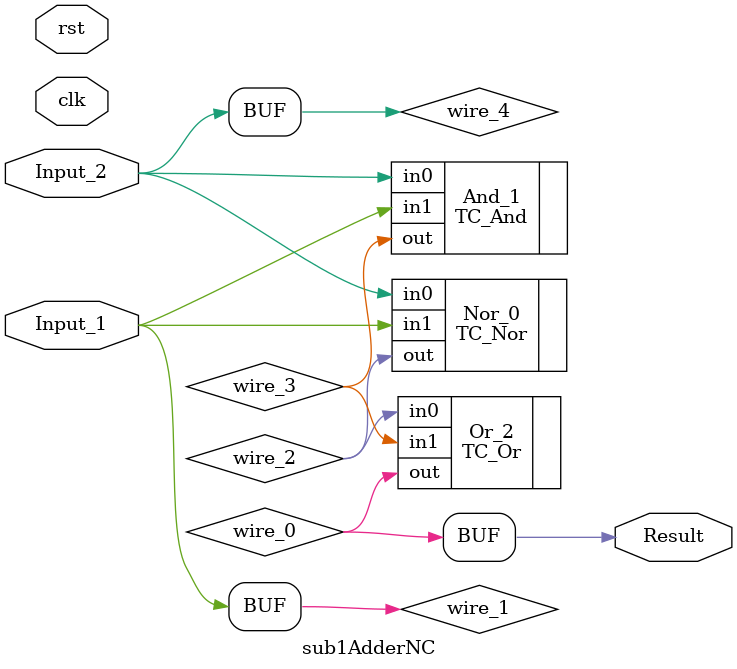
<source format=v>
module sub1AdderNC (clk, rst, Input_1, Input_2, Result);
  parameter UUID = 0;
  parameter NAME = "";
  input wire clk;
  input wire rst;

  input  wire [0:0] Input_1;
  input  wire [0:0] Input_2;
  output  wire [0:0] Result;

  TC_Nor # (.UUID(64'd3061192093571773255 ^ UUID), .BIT_WIDTH(64'd1)) Nor_0 (.in0(wire_4), .in1(wire_1), .out(wire_2));
  TC_And # (.UUID(64'd1457820170052812187 ^ UUID), .BIT_WIDTH(64'd1)) And_1 (.in0(wire_4), .in1(wire_1), .out(wire_3));
  TC_Or # (.UUID(64'd3571827508339527164 ^ UUID), .BIT_WIDTH(64'd1)) Or_2 (.in0(wire_2), .in1(wire_3), .out(wire_0));

  wire [0:0] wire_0;
  assign Result = wire_0;
  wire [0:0] wire_1;
  assign wire_1 = Input_1;
  wire [0:0] wire_2;
  wire [0:0] wire_3;
  wire [0:0] wire_4;
  assign wire_4 = Input_2;

endmodule

</source>
